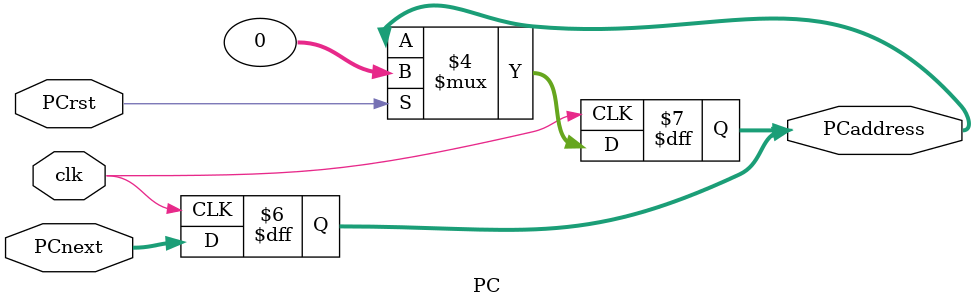
<source format=v>
module PC #(
    parameter Width = 32 // 指令地址总线宽度
) (
    input                    clk, // 时钟输入
    input                    PCrst, // PC复位输入
    input      [Width - 1:0] PCnext, // 下一条指令地址输入
    output reg [Width - 1:0] PCaddress // 当前指令地址输出
);

    always @(posedge clk) begin
        if (PCrst == 1'b1) PCaddress <= {Width{1'b0}}; // 复位时将当前指令地址清零
    end
    always @(posedge clk) begin
        PCaddress <= PCnext; // 根据下一条指令地址更新当前指令地址
    end
endmodule
</source>
